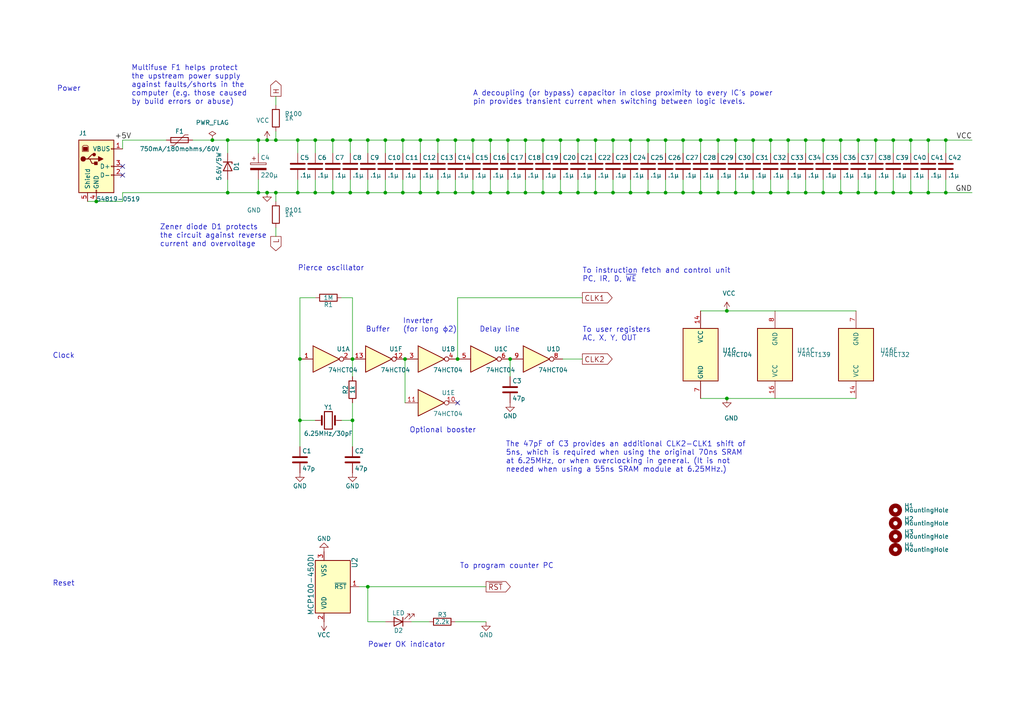
<source format=kicad_sch>
(kicad_sch (version 20211123) (generator eeschema)
  (paper "A4")
  (title_block (title "Gigatron Power, Clock and Reset") (date "2020-03-20") (rev "Release") (company "Marcel van Kervinck and Walter Belgers") (comment 1 "(POR) supervisory circuit holds /RESET low for 350ms during power up and brown outs.") (comment 2 "clock phase. This is useful for the /WE pulse derived from it. (3) The Power-On Reset") (comment 3 "(2) The oscillator generates 6.25MHz square waves. The HCT-inverter gives a long 2nd") (comment 4 "(1) Power comes from the +5V that a USB charger provides. The data lines are not used."))
  (lib_symbols
    (symbol "74xx:74HCT04"
      (property "Reference" "U" (at 0 1.27 0))
      (property "Value" "74HCT04" (at 0 -1.27 0))
      (symbol "74HCT04_1_0"
        (pin input line (at -7.62 0 0) (length 3.81) (name "~") (number "1"))
        (pin output inverted (at 7.62 0 180) (length 3.81) (name "~") (number "2"))
      )
      (symbol "74HCT04_2_0"
        (pin input line (at -7.62 0 0) (length 3.81) (name "~") (number "3"))
        (pin output inverted (at 7.62 0 180) (length 3.81) (name "~") (number "4"))
      )
      (symbol "74HCT04_3_0"
        (pin input line (at -7.62 0 0) (length 3.81) (name "~") (number "5"))
        (pin output inverted (at 7.62 0 180) (length 3.81) (name "~") (number "6"))
      )
      (symbol "74HCT04_4_0"
        (pin output inverted (at 7.62 0 180) (length 3.81) (name "~") (number "8"))
        (pin input line (at -7.62 0 0) (length 3.81) (name "~") (number "9"))
      )
      (symbol "74HCT04_5_0"
        (pin output inverted (at 7.62 0 180) (length 3.81) (name "~") (number "10"))
        (pin input line (at -7.62 0 0) (length 3.81) (name "~") (number "11"))
      )
      (symbol "74HCT04_6_0"
        (pin output inverted (at 7.62 0 180) (length 3.81) (name "~") (number "12"))
        (pin input line (at -7.62 0 0) (length 3.81) (name "~") (number "13"))
      )
      (symbol "74HCT04_7_0"
        (pin power_in line (at 0 12.7 270) (length 5.08) (name "VCC") (number "14"))
        (pin power_in line (at 0 -12.7 90) (length 5.08) (name "GND") (number "7"))
      )
    )
    (symbol "74xx:74LS139" (pin_names (offset 1.016))
      (property "Reference" "U" (at -7.62 8.89 0))
      (property "Value" "74LS139" (at -7.62 -8.89 0))
      (symbol "74LS139_1_0"
        (pin input inverted (at -12.7 -5.08 0) (length 5.08) (name "E") (number "1"))
        (pin input line (at -12.7 0 0) (length 5.08) (name "A0") (number "2"))
        (pin input line (at -12.7 2.54 0) (length 5.08) (name "A1") (number "3"))
        (pin output inverted (at 12.7 2.54 180) (length 5.08) (name "O0") (number "4"))
        (pin output inverted (at 12.7 0 180) (length 5.08) (name "O1") (number "5"))
        (pin output inverted (at 12.7 -2.54 180) (length 5.08) (name "O2") (number "6"))
        (pin output inverted (at 12.7 -5.08 180) (length 5.08) (name "O3") (number "7"))
      )
      (symbol "74LS139_2_0"
        (pin output inverted (at 12.7 -2.54 180) (length 5.08) (name "O2") (number "10"))
        (pin output inverted (at 12.7 0 180) (length 5.08) (name "O1") (number "11"))
        (pin output inverted (at 12.7 2.54 180) (length 5.08) (name "O0") (number "12"))
        (pin input line (at -12.7 2.54 0) (length 5.08) (name "A1") (number "13"))
        (pin input line (at -12.7 0 0) (length 5.08) (name "A0") (number "14"))
        (pin input inverted (at -12.7 -5.08 0) (length 5.08) (name "E") (number "15"))
        (pin output inverted (at 12.7 -5.08 180) (length 5.08) (name "O3") (number "9"))
      )
      (symbol "74LS139_3_0"
        (pin power_in line (at 0 12.7 270) (length 5.08) (name "VCC") (number "16"))
        (pin power_in line (at 0 -12.7 90) (length 5.08) (name "GND") (number "8"))
      )
    )
    (symbol "74xx:74LS32" (pin_names (offset 1.016))
      (property "Reference" "U" (at 0 1.27 0))
      (property "Value" "74LS32" (at 0 -1.27 0))
      (symbol "74LS32_1_1"
        (pin input line (at -7.62 2.54 0) (length 4.318) (name "~") (number "1"))
        (pin input line (at -7.62 -2.54 0) (length 4.318) (name "~") (number "2"))
        (pin output line (at 7.62 0 180) (length 3.81) (name "~") (number "3"))
      )
      (symbol "74LS32_1_2"
        (pin input inverted (at -7.62 2.54 0) (length 3.81) (name "~") (number "1"))
        (pin input inverted (at -7.62 -2.54 0) (length 3.81) (name "~") (number "2"))
        (pin output inverted (at 7.62 0 180) (length 3.81) (name "~") (number "3"))
      )
      (symbol "74LS32_2_1"
        (pin input line (at -7.62 2.54 0) (length 4.318) (name "~") (number "4"))
        (pin input line (at -7.62 -2.54 0) (length 4.318) (name "~") (number "5"))
        (pin output line (at 7.62 0 180) (length 3.81) (name "~") (number "6"))
      )
      (symbol "74LS32_2_2"
        (pin input inverted (at -7.62 2.54 0) (length 3.81) (name "~") (number "4"))
        (pin input inverted (at -7.62 -2.54 0) (length 3.81) (name "~") (number "5"))
        (pin output inverted (at 7.62 0 180) (length 3.81) (name "~") (number "6"))
      )
      (symbol "74LS32_3_1"
        (pin input line (at -7.62 -2.54 0) (length 4.318) (name "~") (number "10"))
        (pin output line (at 7.62 0 180) (length 3.81) (name "~") (number "8"))
        (pin input line (at -7.62 2.54 0) (length 4.318) (name "~") (number "9"))
      )
      (symbol "74LS32_3_2"
        (pin input inverted (at -7.62 -2.54 0) (length 3.81) (name "~") (number "10"))
        (pin output inverted (at 7.62 0 180) (length 3.81) (name "~") (number "8"))
        (pin input inverted (at -7.62 2.54 0) (length 3.81) (name "~") (number "9"))
      )
      (symbol "74LS32_4_1"
        (pin output line (at 7.62 0 180) (length 3.81) (name "~") (number "11"))
        (pin input line (at -7.62 2.54 0) (length 4.318) (name "~") (number "12"))
        (pin input line (at -7.62 -2.54 0) (length 4.318) (name "~") (number "13"))
      )
      (symbol "74LS32_4_2"
        (pin output inverted (at 7.62 0 180) (length 3.81) (name "~") (number "11"))
        (pin input inverted (at -7.62 2.54 0) (length 3.81) (name "~") (number "12"))
        (pin input inverted (at -7.62 -2.54 0) (length 3.81) (name "~") (number "13"))
      )
      (symbol "74LS32_5_0"
        (pin power_in line (at 0 12.7 270) (length 5.08) (name "VCC") (number "14"))
        (pin power_in line (at 0 -12.7 90) (length 5.08) (name "GND") (number "7"))
      )
    )
    (symbol "Connector:USB_B" (pin_names (offset 1.016))
      (property "Reference" "J" (at -5.08 11.43 0))
      (property "Value" "USB_B" (at -5.08 8.89 0))
      (symbol "USB_B_1_1"
        (pin power_out line (at 7.62 5.08 180) (length 2.54) (name "VBUS") (number "1"))
        (pin bidirectional line (at 7.62 -2.54 180) (length 2.54) (name "D-") (number "2"))
        (pin bidirectional line (at 7.62 0 180) (length 2.54) (name "D+") (number "3"))
        (pin power_out line (at 0 -10.16 90) (length 2.54) (name "GND") (number "4"))
        (pin passive line (at -2.54 -10.16 90) (length 2.54) (name "Shield") (number "5"))
      )
    )
    (symbol "Device:C" (pin_numbers hide) (pin_names (offset 0.254))
      (property "Reference" "C" (at 0.635 2.54 0))
      (property "Value" "C" (at 0.635 -2.54 0))
      (symbol "C_1_1"
        (pin passive line (at 0 3.81 270) (length 2.794) (name "~") (number "1"))
        (pin passive line (at 0 -3.81 90) (length 2.794) (name "~") (number "2"))
      )
    )
    (symbol "Device:CP" (pin_numbers hide) (pin_names (offset 0.254))
      (property "Reference" "C" (at 0.635 2.54 0))
      (property "Value" "Device_CP" (at 0.635 -2.54 0))
      (symbol "CP_1_1"
        (pin passive line (at 0 3.81 270) (length 2.794) (name "~") (number "1"))
        (pin passive line (at 0 -3.81 90) (length 2.794) (name "~") (number "2"))
      )
    )
    (symbol "Device:Crystal" (pin_numbers hide) (pin_names (offset 1.016) hide)
      (property "Reference" "Y" (at 0 3.81 0))
      (property "Value" "Crystal" (at 0 -3.81 0))
      (symbol "Crystal_1_1"
        (pin passive line (at -3.81 0 0) (length 1.27) (name "1") (number "1"))
        (pin passive line (at 3.81 0 180) (length 1.27) (name "2") (number "2"))
      )
    )
    (symbol "Device:D_Zener" (pin_numbers hide) (pin_names (offset 1.016) hide)
      (property "Reference" "D" (at 0 2.54 0))
      (property "Value" "D_Zener" (at 0 -2.54 0))
      (symbol "D_Zener_1_1"
        (pin passive line (at -3.81 0 0) (length 2.54) (name "K") (number "1"))
        (pin passive line (at 3.81 0 180) (length 2.54) (name "A") (number "2"))
      )
    )
    (symbol "Device:LED" (pin_numbers hide) (pin_names (offset 1.016) hide)
      (property "Reference" "D" (at 0 2.54 0))
      (property "Value" "LED" (at 0 -2.54 0))
      (symbol "LED_1_1"
        (pin passive line (at -3.81 0 0) (length 2.54) (name "K") (number "1"))
        (pin passive line (at 3.81 0 180) (length 2.54) (name "A") (number "2"))
      )
    )
    (symbol "Device:Polyfuse" (pin_numbers hide) (pin_names (offset 0))
      (property "Reference" "F" (at -2.54 0 90))
      (property "Value" "Polyfuse" (at 2.54 0 90))
      (symbol "Polyfuse_1_1"
        (pin passive line (at 0 3.81 270) (length 1.27) (name "~") (number "1"))
        (pin passive line (at 0 -3.81 90) (length 1.27) (name "~") (number "2"))
      )
    )
    (symbol "Device:R" (pin_numbers hide) (pin_names (offset 0))
      (property "Reference" "R" (at 2.032 0 90))
      (property "Value" "R" (at 0 0 90))
      (symbol "R_1_1"
        (pin passive line (at 0 3.81 270) (length 1.27) (name "~") (number "1"))
        (pin passive line (at 0 -3.81 90) (length 1.27) (name "~") (number "2"))
      )
    )
    (symbol "Mechanical:MountingHole" (pin_names (offset 1.016))
      (property "Reference" "H" (at 0 5.08 0))
      (property "Value" "MountingHole" (at 0 3.175 0))
    )
    (symbol "Power_Supervisor:MCP100-475D" (pin_names (offset 1.016))
      (property "Reference" "U" (at 0 8.89 0))
      (property "Value" "MCP100-475D" (at -1.27 -8.89 0))
      (symbol "MCP100-475D_1_1"
        (pin output line (at 7.62 0 180) (length 2.54) (name "~{RST}") (number "1"))
        (pin power_in line (at -2.54 10.16 270) (length 2.54) (name "VDD") (number "2"))
        (pin power_in line (at -2.54 -10.16 90) (length 2.54) (name "VSS") (number "3"))
      )
    )
    (symbol "power:GND" (power) (pin_names (offset 0))
      (property "Value" "GND" (at 0 -3.81 0))
      (symbol "GND_1_1"
        (pin power_in line (at 0 0 270) (length 0) hide (name "GND") (number "1"))
      )
    )
    (symbol "power:PWR_FLAG" (power) (pin_numbers hide) (pin_names (offset 0) hide)
      (property "Value" "PWR_FLAG" (at 0 3.81 0))
      (symbol "PWR_FLAG_0_0"
        (pin power_out line (at 0 0 90) (length 0) (name "pwr") (number "1"))
      )
    )
    (symbol "power:VCC" (power) (pin_names (offset 0))
      (property "Value" "VCC" (at 0 3.81 0))
      (symbol "VCC_1_1"
        (pin power_in line (at 0 0 90) (length 0) hide (name "VCC") (number "1"))
      )
    )
  )
  (junction (at 210.82 115.57))
  (junction (at 238.76 55.88))
  (junction (at 102.235 104.14))
  (junction (at 132.08 40.64))
  (junction (at 86.36 40.64))
  (junction (at 157.48 40.64))
  (junction (at 111.76 40.64))
  (junction (at 203.2 55.88))
  (junction (at 121.92 55.88))
  (junction (at 172.72 40.64))
  (junction (at 162.56 40.64))
  (junction (at 101.6 40.64))
  (junction (at 187.96 40.64))
  (junction (at 233.68 40.64))
  (junction (at 198.12 40.64))
  (junction (at 66.04 40.64))
  (junction (at 111.76 55.88))
  (junction (at 254 40.64))
  (junction (at 208.28 40.64))
  (junction (at 223.52 40.64))
  (junction (at 167.64 40.64))
  (junction (at 106.68 55.88))
  (junction (at 106.68 40.64))
  (junction (at 259.08 55.88))
  (junction (at 218.44 40.64))
  (junction (at 142.24 55.88))
  (junction (at 137.16 55.88))
  (junction (at 74.93 55.88))
  (junction (at 127 40.64))
  (junction (at 116.84 40.64))
  (junction (at 96.52 55.88))
  (junction (at 80.01 40.64))
  (junction (at 137.16 40.64))
  (junction (at 27.94 58.42))
  (junction (at 264.16 55.88))
  (junction (at 121.92 40.64))
  (junction (at 228.6 55.88))
  (junction (at 77.47 55.88))
  (junction (at 238.76 40.64))
  (junction (at 106.68 170.18))
  (junction (at 147.955 104.14))
  (junction (at 274.32 40.64))
  (junction (at 61.595 40.64))
  (junction (at 132.08 55.88))
  (junction (at 147.32 55.88))
  (junction (at 116.84 55.88))
  (junction (at 157.48 55.88))
  (junction (at 210.82 90.17))
  (junction (at 228.6 40.64))
  (junction (at 167.64 55.88))
  (junction (at 182.88 55.88))
  (junction (at 218.44 55.88))
  (junction (at 223.52 55.88))
  (junction (at 102.235 121.92))
  (junction (at 86.995 121.92))
  (junction (at 101.6 55.88))
  (junction (at 259.08 40.64))
  (junction (at 182.88 40.64))
  (junction (at 77.47 40.64))
  (junction (at 66.04 55.88))
  (junction (at 243.84 55.88))
  (junction (at 187.96 55.88))
  (junction (at 213.36 40.64))
  (junction (at 127 55.88))
  (junction (at 162.56 55.88))
  (junction (at 177.8 55.88))
  (junction (at 147.32 40.64))
  (junction (at 152.4 55.88))
  (junction (at 243.84 40.64))
  (junction (at 248.92 40.64))
  (junction (at 233.68 55.88))
  (junction (at 74.93 40.64))
  (junction (at 80.01 55.88))
  (junction (at 269.24 55.88))
  (junction (at 274.32 55.88))
  (junction (at 177.8 40.64))
  (junction (at 142.24 40.64))
  (junction (at 213.36 55.88))
  (junction (at 203.2 40.64))
  (junction (at 269.24 40.64))
  (junction (at 86.995 104.14))
  (junction (at 172.72 55.88))
  (junction (at 193.04 40.64))
  (junction (at 264.16 40.64))
  (junction (at 132.715 104.14))
  (junction (at 117.475 104.14))
  (junction (at 91.44 55.88))
  (junction (at 193.04 55.88))
  (junction (at 86.36 55.88))
  (junction (at 208.28 55.88))
  (junction (at 91.44 40.64))
  (junction (at 152.4 40.64))
  (junction (at 248.92 55.88))
  (junction (at 254 55.88))
  (junction (at 198.12 55.88))
  (junction (at 96.52 40.64))
  (no_connect (at 35.56 48.26))
  (no_connect (at 35.56 50.8))
  (no_connect (at 132.715 116.84))
  (wire (pts (xy 80.01 66.04) (xy 80.01 68.58)))
  (wire (pts (xy 208.28 55.88) (xy 213.36 55.88)))
  (wire (pts (xy 142.24 40.64) (xy 142.24 44.45)))
  (wire (pts (xy 127 40.64) (xy 132.08 40.64)))
  (wire (pts (xy 182.88 40.64) (xy 182.88 44.45)))
  (wire (pts (xy 198.12 55.88) (xy 198.12 52.07)))
  (wire (pts (xy 127 40.64) (xy 127 44.45)))
  (wire (pts (xy 238.76 52.07) (xy 238.76 55.88)))
  (wire (pts (xy 203.2 40.64) (xy 208.28 40.64)))
  (wire (pts (xy 77.47 40.64) (xy 80.01 40.64)))
  (wire (pts (xy 132.08 40.64) (xy 132.08 44.45)))
  (wire (pts (xy 74.93 40.64) (xy 74.93 44.45)))
  (wire (pts (xy 55.88 40.64) (xy 61.595 40.64)))
  (wire (pts (xy 157.48 40.64) (xy 162.56 40.64)))
  (wire (pts (xy 218.44 55.88) (xy 218.44 52.07)))
  (wire (pts (xy 101.6 55.88) (xy 101.6 52.07)))
  (wire (pts (xy 182.88 40.64) (xy 187.96 40.64)))
  (wire (pts (xy 91.44 86.36) (xy 86.995 86.36)))
  (wire (pts (xy 80.01 40.64) (xy 80.01 38.1)))
  (wire (pts (xy 187.96 55.88) (xy 193.04 55.88)))
  (wire (pts (xy 74.93 55.88) (xy 74.93 52.07)))
  (wire (pts (xy 269.24 52.07) (xy 269.24 55.88)))
  (wire (pts (xy 106.68 170.18) (xy 140.97 170.18)))
  (wire (pts (xy 248.92 52.07) (xy 248.92 55.88)))
  (wire (pts (xy 147.955 104.14) (xy 147.955 109.22)))
  (wire (pts (xy 116.84 55.88) (xy 121.92 55.88)))
  (wire (pts (xy 104.14 170.18) (xy 106.68 170.18)))
  (wire (pts (xy 96.52 40.64) (xy 96.52 44.45)))
  (wire (pts (xy 80.01 55.88) (xy 86.36 55.88)))
  (wire (pts (xy 157.48 40.64) (xy 157.48 44.45)))
  (wire (pts (xy 137.16 40.64) (xy 137.16 44.45)))
  (wire (pts (xy 77.47 55.88) (xy 80.01 55.88)))
  (wire (pts (xy 106.68 55.88) (xy 111.76 55.88)))
  (wire (pts (xy 111.76 55.88) (xy 116.84 55.88)))
  (wire (pts (xy 106.68 40.64) (xy 106.68 44.45)))
  (wire (pts (xy 147.32 55.88) (xy 147.32 52.07)))
  (wire (pts (xy 248.92 55.88) (xy 254 55.88)))
  (wire (pts (xy 228.6 55.88) (xy 233.68 55.88)))
  (wire (pts (xy 208.28 40.64) (xy 208.28 44.45)))
  (wire (pts (xy 218.44 40.64) (xy 223.52 40.64)))
  (wire (pts (xy 142.24 55.88) (xy 147.32 55.88)))
  (wire (pts (xy 142.24 55.88) (xy 142.24 52.07)))
  (wire (pts (xy 208.28 40.64) (xy 213.36 40.64)))
  (wire (pts (xy 86.995 104.14) (xy 86.995 121.92)))
  (wire (pts (xy 80.01 30.48) (xy 80.01 27.94)))
  (wire (pts (xy 102.235 121.92) (xy 102.235 129.54)))
  (wire (pts (xy 254 40.64) (xy 259.08 40.64)))
  (wire (pts (xy 101.6 55.88) (xy 106.68 55.88)))
  (wire (pts (xy 127 55.88) (xy 132.08 55.88)))
  (wire (pts (xy 238.76 40.64) (xy 243.84 40.64)))
  (wire (pts (xy 152.4 55.88) (xy 152.4 52.07)))
  (wire (pts (xy 274.32 55.88) (xy 281.94 55.88)))
  (wire (pts (xy 193.04 40.64) (xy 198.12 40.64)))
  (wire (pts (xy 238.76 44.45) (xy 238.76 40.64)))
  (wire (pts (xy 147.32 40.64) (xy 152.4 40.64)))
  (wire (pts (xy 132.08 40.64) (xy 137.16 40.64)))
  (wire (pts (xy 228.6 40.64) (xy 233.68 40.64)))
  (wire (pts (xy 96.52 40.64) (xy 101.6 40.64)))
  (wire (pts (xy 101.6 40.64) (xy 101.6 44.45)))
  (wire (pts (xy 223.52 55.88) (xy 228.6 55.88)))
  (wire (pts (xy 248.92 44.45) (xy 248.92 40.64)))
  (wire (pts (xy 228.6 40.64) (xy 228.6 44.45)))
  (wire (pts (xy 152.4 55.88) (xy 157.48 55.88)))
  (wire (pts (xy 66.04 55.88) (xy 66.04 52.07)))
  (wire (pts (xy 210.82 115.57) (xy 248.285 115.57)))
  (wire (pts (xy 233.68 40.64) (xy 238.76 40.64)))
  (wire (pts (xy 218.44 40.64) (xy 218.44 44.45)))
  (wire (pts (xy 102.235 86.36) (xy 102.235 104.14)))
  (wire (pts (xy 163.195 104.14) (xy 168.91 104.14)))
  (wire (pts (xy 213.36 55.88) (xy 218.44 55.88)))
  (wire (pts (xy 66.04 40.64) (xy 66.04 44.45)))
  (wire (pts (xy 167.64 40.64) (xy 167.64 44.45)))
  (wire (pts (xy 96.52 55.88) (xy 96.52 52.07)))
  (wire (pts (xy 167.64 55.88) (xy 172.72 55.88)))
  (wire (pts (xy 208.28 55.88) (xy 208.28 52.07)))
  (wire (pts (xy 66.04 55.88) (xy 74.93 55.88)))
  (wire (pts (xy 116.84 55.88) (xy 116.84 52.07)))
  (wire (pts (xy 116.84 40.64) (xy 116.84 44.45)))
  (wire (pts (xy 96.52 55.88) (xy 101.6 55.88)))
  (wire (pts (xy 66.04 40.64) (xy 74.93 40.64)))
  (wire (pts (xy 213.36 40.64) (xy 213.36 44.45)))
  (wire (pts (xy 187.96 55.88) (xy 187.96 52.07)))
  (wire (pts (xy 61.595 40.64) (xy 66.04 40.64)))
  (wire (pts (xy 116.84 40.64) (xy 121.92 40.64)))
  (wire (pts (xy 187.96 40.64) (xy 193.04 40.64)))
  (wire (pts (xy 152.4 40.64) (xy 152.4 44.45)))
  (wire (pts (xy 35.56 55.88) (xy 35.56 58.42)))
  (wire (pts (xy 233.68 40.64) (xy 233.68 44.45)))
  (wire (pts (xy 132.715 86.36) (xy 168.91 86.36)))
  (wire (pts (xy 243.84 40.64) (xy 248.92 40.64)))
  (wire (pts (xy 132.715 86.36) (xy 132.715 104.14)))
  (wire (pts (xy 91.44 40.64) (xy 96.52 40.64)))
  (wire (pts (xy 111.76 55.88) (xy 111.76 52.07)))
  (wire (pts (xy 259.08 55.88) (xy 264.16 55.88)))
  (wire (pts (xy 198.12 40.64) (xy 198.12 44.45)))
  (wire (pts (xy 172.72 40.64) (xy 177.8 40.64)))
  (wire (pts (xy 142.24 40.64) (xy 147.32 40.64)))
  (wire (pts (xy 106.68 180.34) (xy 111.76 180.34)))
  (wire (pts (xy 127 55.88) (xy 127 52.07)))
  (wire (pts (xy 223.52 40.64) (xy 223.52 44.45)))
  (wire (pts (xy 213.36 40.64) (xy 218.44 40.64)))
  (wire (pts (xy 274.32 52.07) (xy 274.32 55.88)))
  (wire (pts (xy 213.36 55.88) (xy 213.36 52.07)))
  (wire (pts (xy 137.16 40.64) (xy 142.24 40.64)))
  (wire (pts (xy 198.12 40.64) (xy 203.2 40.64)))
  (wire (pts (xy 193.04 55.88) (xy 198.12 55.88)))
  (wire (pts (xy 172.72 55.88) (xy 177.8 55.88)))
  (wire (pts (xy 254 55.88) (xy 259.08 55.88)))
  (wire (pts (xy 233.68 55.88) (xy 238.76 55.88)))
  (wire (pts (xy 172.72 55.88) (xy 172.72 52.07)))
  (wire (pts (xy 99.06 121.92) (xy 102.235 121.92)))
  (wire (pts (xy 243.84 52.07) (xy 243.84 55.88)))
  (wire (pts (xy 35.56 55.88) (xy 66.04 55.88)))
  (wire (pts (xy 198.12 55.88) (xy 203.2 55.88)))
  (wire (pts (xy 162.56 40.64) (xy 162.56 44.45)))
  (wire (pts (xy 121.92 40.64) (xy 127 40.64)))
  (wire (pts (xy 121.92 55.88) (xy 127 55.88)))
  (wire (pts (xy 86.36 55.88) (xy 91.44 55.88)))
  (wire (pts (xy 117.475 116.84) (xy 117.475 104.14)))
  (wire (pts (xy 106.68 40.64) (xy 111.76 40.64)))
  (wire (pts (xy 274.32 40.64) (xy 281.94 40.64)))
  (wire (pts (xy 102.235 116.84) (xy 102.235 121.92)))
  (wire (pts (xy 157.48 55.88) (xy 162.56 55.88)))
  (wire (pts (xy 147.32 55.88) (xy 152.4 55.88)))
  (wire (pts (xy 259.08 52.07) (xy 259.08 55.88)))
  (wire (pts (xy 111.76 40.64) (xy 116.84 40.64)))
  (wire (pts (xy 182.88 55.88) (xy 187.96 55.88)))
  (wire (pts (xy 269.24 40.64) (xy 274.32 40.64)))
  (wire (pts (xy 259.08 40.64) (xy 264.16 40.64)))
  (wire (pts (xy 243.84 44.45) (xy 243.84 40.64)))
  (wire (pts (xy 223.52 55.88) (xy 223.52 52.07)))
  (wire (pts (xy 147.32 40.64) (xy 147.32 44.45)))
  (wire (pts (xy 187.96 40.64) (xy 187.96 44.45)))
  (wire (pts (xy 177.8 40.64) (xy 177.8 44.45)))
  (wire (pts (xy 264.16 40.64) (xy 269.24 40.64)))
  (wire (pts (xy 157.48 55.88) (xy 157.48 52.07)))
  (wire (pts (xy 106.68 170.18) (xy 106.68 180.34)))
  (wire (pts (xy 259.08 44.45) (xy 259.08 40.64)))
  (wire (pts (xy 86.995 86.36) (xy 86.995 104.14)))
  (wire (pts (xy 172.72 40.64) (xy 172.72 44.45)))
  (wire (pts (xy 274.32 44.45) (xy 274.32 40.64)))
  (wire (pts (xy 86.36 40.64) (xy 91.44 40.64)))
  (wire (pts (xy 193.04 40.64) (xy 193.04 44.45)))
  (wire (pts (xy 80.01 40.64) (xy 86.36 40.64)))
  (wire (pts (xy 203.2 55.88) (xy 208.28 55.88)))
  (wire (pts (xy 27.94 58.42) (xy 25.4 58.42)))
  (wire (pts (xy 167.64 55.88) (xy 167.64 52.07)))
  (wire (pts (xy 119.38 180.34) (xy 124.46 180.34)))
  (wire (pts (xy 203.2 115.57) (xy 210.82 115.57)))
  (wire (pts (xy 74.93 40.64) (xy 77.47 40.64)))
  (wire (pts (xy 132.08 180.34) (xy 140.97 180.34)))
  (wire (pts (xy 203.2 90.17) (xy 210.82 90.17)))
  (wire (pts (xy 102.235 104.14) (xy 102.235 109.22)))
  (wire (pts (xy 35.56 43.18) (xy 35.56 40.64)))
  (wire (pts (xy 264.16 55.88) (xy 269.24 55.88)))
  (wire (pts (xy 182.88 55.88) (xy 182.88 52.07)))
  (wire (pts (xy 74.93 55.88) (xy 77.47 55.88)))
  (wire (pts (xy 91.44 40.64) (xy 91.44 44.45)))
  (wire (pts (xy 121.92 40.64) (xy 121.92 44.45)))
  (wire (pts (xy 210.82 90.17) (xy 248.285 90.17)))
  (wire (pts (xy 152.4 40.64) (xy 157.48 40.64)))
  (wire (pts (xy 27.94 58.42) (xy 35.56 58.42)))
  (wire (pts (xy 248.92 40.64) (xy 254 40.64)))
  (wire (pts (xy 111.76 40.64) (xy 111.76 44.45)))
  (wire (pts (xy 86.36 44.45) (xy 86.36 40.64)))
  (wire (pts (xy 167.64 40.64) (xy 172.72 40.64)))
  (wire (pts (xy 269.24 55.88) (xy 274.32 55.88)))
  (wire (pts (xy 233.68 55.88) (xy 233.68 52.07)))
  (wire (pts (xy 162.56 40.64) (xy 167.64 40.64)))
  (wire (pts (xy 243.84 55.88) (xy 248.92 55.88)))
  (wire (pts (xy 132.08 55.88) (xy 137.16 55.88)))
  (wire (pts (xy 177.8 55.88) (xy 177.8 52.07)))
  (wire (pts (xy 121.92 55.88) (xy 121.92 52.07)))
  (wire (pts (xy 91.44 121.92) (xy 86.995 121.92)))
  (wire (pts (xy 80.01 55.88) (xy 80.01 58.42)))
  (wire (pts (xy 132.08 55.88) (xy 132.08 52.07)))
  (wire (pts (xy 269.24 44.45) (xy 269.24 40.64)))
  (wire (pts (xy 177.8 40.64) (xy 182.88 40.64)))
  (wire (pts (xy 254 52.07) (xy 254 55.88)))
  (wire (pts (xy 254 44.45) (xy 254 40.64)))
  (wire (pts (xy 99.06 86.36) (xy 102.235 86.36)))
  (wire (pts (xy 91.44 55.88) (xy 91.44 52.07)))
  (wire (pts (xy 238.76 55.88) (xy 243.84 55.88)))
  (wire (pts (xy 162.56 55.88) (xy 167.64 55.88)))
  (wire (pts (xy 137.16 55.88) (xy 142.24 55.88)))
  (wire (pts (xy 223.52 40.64) (xy 228.6 40.64)))
  (wire (pts (xy 203.2 55.88) (xy 203.2 52.07)))
  (wire (pts (xy 86.995 121.92) (xy 86.995 129.54)))
  (wire (pts (xy 228.6 55.88) (xy 228.6 52.07)))
  (wire (pts (xy 264.16 52.07) (xy 264.16 55.88)))
  (wire (pts (xy 101.6 40.64) (xy 106.68 40.64)))
  (wire (pts (xy 106.68 55.88) (xy 106.68 52.07)))
  (wire (pts (xy 264.16 44.45) (xy 264.16 40.64)))
  (wire (pts (xy 203.2 40.64) (xy 203.2 44.45)))
  (wire (pts (xy 193.04 55.88) (xy 193.04 52.07)))
  (wire (pts (xy 86.36 55.88) (xy 86.36 52.07)))
  (wire (pts (xy 35.56 40.64) (xy 48.26 40.64)))
  (wire (pts (xy 137.16 55.88) (xy 137.16 52.07)))
  (wire (pts (xy 162.56 55.88) (xy 162.56 52.07)))
  (wire (pts (xy 218.44 55.88) (xy 223.52 55.88)))
  (wire (pts (xy 91.44 55.88) (xy 96.52 55.88)))
  (wire (pts (xy 177.8 55.88) (xy 182.88 55.88)))
  (text "To user registers\nAC, X, Y, OUT" (at 168.91 99.06 0) (effects (font (size 1.524 1.524)) (justify left bottom)))
  (text "Zener diode D1 protects\nthe circuit against reverse\ncurrent and overvoltage" (at 46.355 71.755 0) (effects (font (size 1.524 1.524)) (justify left bottom)))
  (text "Clock" (at 15.24 104.14 0) (effects (font (size 1.524 1.524)) (justify left bottom)))
  (text "The 47pF of C3 provides an additional CLK2-CLK1 shift of\n5ns, which is required when using the original 70ns SRAM\nat 6.25MHz, or when overclocking in general. (It is not\nneeded when using a 55ns SRAM module at 6.25MHz.)" (at 146.685 137.16 0) (effects (font (size 1.524 1.524)) (justify left bottom)))
  (text "Buffer" (at 106.045 96.52 0) (effects (font (size 1.524 1.524)) (justify left bottom)))
  (text "Multifuse F1 helps protect\nthe upstream power supply\nagainst faults/shorts in the\ncomputer (e.g. those caused\nby build errors or abuse)" (at 38.1 30.48 0) (effects (font (size 1.524 1.524)) (justify left bottom)))
  (text "To instruction fetch and control unit\nPC, IR, D, ~{WE}" (at 168.91 81.915 0) (effects (font (size 1.524 1.524)) (justify left bottom)))
  (text "A decoupling (or bypass) capacitor in close proximity to every IC's power\npin provides transient current when switching between logic levels.\n" (at 137.16 30.48 0) (effects (font (size 1.524 1.524)) (justify left bottom)))
  (text "Power OK indicator" (at 106.68 187.96 0) (effects (font (size 1.524 1.524)) (justify left bottom)))
  (text "Optional booster" (at 118.745 125.73 0) (effects (font (size 1.524 1.524)) (justify left bottom)))
  (text "Power" (at 16.51 26.67 0) (effects (font (size 1.524 1.524)) (justify left bottom)))
  (text "Inverter \n(for long ɸ2)" (at 116.84 96.52 0) (effects (font (size 1.524 1.524)) (justify left bottom)))
  (text "Pierce oscillator" (at 86.36 78.74 0) (effects (font (size 1.524 1.524)) (justify left bottom)))
  (text "Reset" (at 15.24 170.18 0) (effects (font (size 1.524 1.524)) (justify left bottom)))
  (text "Delay line" (at 139.065 96.52 0) (effects (font (size 1.524 1.524)) (justify left bottom)))
  (text "To program counter PC" (at 133.35 165.1 0) (effects (font (size 1.524 1.524)) (justify left bottom)))
  (label "GND" (at 281.94 55.88 180) (effects (font (size 1.524 1.524))))
  (label "+5V" (at 38.1 40.64 180) (effects (font (size 1.524 1.524))))
  (label "VCC" (at 281.94 40.64 180) (effects (font (size 1.524 1.524))))
  (global_label "H" (shape output) (at 80.01 27.94 90) (effects (font (size 1.524 1.524))) (property "Intersheet References" "${INTERSHEET_REFS}" (effects hide)))
  (global_label "CLK2" (shape output) (at 168.91 104.14 0) (effects (font (size 1.524 1.524))) (property "Intersheet References" "${INTERSHEET_REFS}" (effects hide)))
  (global_label "~{RST}" (shape output) (at 140.97 170.18 0) (effects (font (size 1.524 1.524))) (property "Intersheet References" "${INTERSHEET_REFS}" (effects hide)))
  (global_label "L" (shape output) (at 80.01 68.58 270) (effects (font (size 1.524 1.524))) (property "Intersheet References" "${INTERSHEET_REFS}" (effects hide)))
  (global_label "CLK1" (shape output) (at 168.91 86.36 0) (effects (font (size 1.524 1.524))) (property "Intersheet References" "${INTERSHEET_REFS}" (effects hide)))
  (symbol (lib_id "Device:R") (at 95.25 86.36 270) (unit 1)
    (property "Reference" "R1" (at 95.25 88.392 90))
    (property "Value" "1M" (at 95.25 86.36 90))
    (property "Footprint" "Resistor_THT:R_Axial_DIN0207_L6.3mm_D2.5mm_P10.16mm_Horizontal" (effects hide))
  )
  (symbol (lib_id "Device:R") (at 102.235 113.03 180) (unit 1)
    (property "Reference" "R2" (at 100.203 113.03 90))
    (property "Value" "1k" (at 102.235 113.03 90))
    (property "Footprint" "Resistor_THT:R_Axial_DIN0207_L6.3mm_D2.5mm_P10.16mm_Horizontal" (effects hide))
  )
  (symbol (lib_id "Device:C") (at 102.235 133.35 0) (unit 1)
    (property "Reference" "C2" (at 102.87 130.81 0) (effects (justify left)))
    (property "Value" "47p" (at 102.87 135.89 0) (effects (justify left)))
    (property "Footprint" "Capacitor_THT:C_Disc_D3.0mm_W2.0mm_P2.50mm" (effects hide))
  )
  (symbol (lib_id "Device:C") (at 86.995 133.35 0) (unit 1)
    (property "Reference" "C1" (at 87.63 130.81 0) (effects (justify left)))
    (property "Value" "47p" (at 87.63 135.89 0) (effects (justify left)))
    (property "Footprint" "Capacitor_THT:C_Disc_D3.0mm_W2.0mm_P2.50mm" (effects hide))
  )
  (symbol (lib_id "Device:C") (at 147.955 113.03 0) (unit 1)
    (property "Reference" "C3" (at 148.59 110.49 0) (effects (justify left)))
    (property "Value" "47p" (at 148.59 115.57 0) (effects (justify left)))
    (property "Footprint" "Capacitor_THT:C_Disc_D3.0mm_W2.0mm_P2.50mm" (effects hide))
  )
  (symbol (lib_id "power:GND") (at 147.955 116.84 0) (unit 1)
    (property "Reference" "#PWR01" (effects hide))
    (property "Value" "GND" (at 147.955 120.65 0))
  )
  (symbol (lib_id "power:GND") (at 102.235 137.16 0) (unit 1)
    (property "Reference" "#PWR02" (effects hide))
    (property "Value" "GND" (at 102.235 140.97 0))
  )
  (symbol (lib_id "power:GND") (at 86.995 137.16 0) (unit 1)
    (property "Reference" "#PWR03" (effects hide))
    (property "Value" "GND" (at 86.995 140.97 0))
  )
  (symbol (lib_id "Device:Crystal") (at 95.25 121.92 0) (unit 1)
    (property "Reference" "Y1" (at 95.25 118.11 0))
    (property "Value" "6.25MHz/30pF" (at 95.25 125.73 0))
    (property "Footprint" "Crystal:Crystal_HC49-U_Vertical" (effects hide))
  )
  (symbol (lib_id "Device:Polyfuse") (at 52.07 40.64 270) (unit 1)
    (property "Reference" "F1" (at 52.07 38.1 90))
    (property "Value" "750mA/180mohms/60V" (at 52.07 43.18 90))
    (property "Footprint" "Fuse:Fuse_Littelfuse_395Series" (effects hide))
  )
  (symbol (lib_id "Device:D_Zener") (at 66.04 48.26 270) (unit 1)
    (property "Reference" "D1" (at 68.58 48.26 0))
    (property "Value" "5.6V/5W" (at 63.5 48.26 0))
    (property "Footprint" "Diode_THT:D_DO-15_P12.70mm_Horizontal" (effects hide))
  )
  (symbol (lib_id "Device:CP") (at 74.93 48.26 0) (unit 1)
    (property "Reference" "C4" (at 75.565 45.72 0) (effects (justify left)))
    (property "Value" "220µ" (at 75.565 50.8 0) (effects (justify left)))
    (property "Footprint" "Capacitor_THT:CP_Radial_D8.0mm_P3.50mm" (effects hide))
  )
  (symbol (lib_id "power:GND") (at 93.98 160.02 180) (unit 1)
    (property "Reference" "#PWR06" (effects hide))
    (property "Value" "GND" (at 93.98 156.21 0))
  )
  (symbol (lib_id "power:VCC") (at 93.98 180.34 180) (unit 1)
    (property "Reference" "#PWR07" (effects hide))
    (property "Value" "VCC" (at 93.98 184.15 0))
  )
  (symbol (lib_id "Device:LED") (at 115.57 180.34 180) (unit 1)
    (property "Reference" "D2" (at 115.57 182.88 0))
    (property "Value" "LED" (at 115.57 177.8 0))
    (property "Footprint" "LED_THT:LED_D3.0mm" (effects hide))
  )
  (symbol (lib_id "Device:R") (at 128.27 180.34 90) (unit 1)
    (property "Reference" "R3" (at 128.27 178.308 90))
    (property "Value" "2.2k" (at 128.27 180.34 90))
    (property "Footprint" "Resistor_THT:R_Axial_DIN0207_L6.3mm_D2.5mm_P10.16mm_Horizontal" (effects hide))
  )
  (symbol (lib_id "power:GND") (at 140.97 180.34 0) (unit 1)
    (property "Reference" "#PWR08" (effects hide))
    (property "Value" "GND" (at 140.97 184.15 0))
  )
  (symbol (lib_id "Power_Supervisor:MCP100-475D") (at 96.52 170.18 0) (mirror x) (unit 1)
    (property "Reference" "U2" (at 102.87 163.195 90) (effects (font (size 1.524 1.524))))
    (property "Value" "MCP100-450DI" (at 90.17 169.545 90) (effects (font (size 1.524 1.524))))
    (property "Footprint" "Package_TO_SOT_THT:TO-92L_Inline_Wide" (effects hide))
  )
  (symbol (lib_id "Device:C") (at 96.52 48.26 0) (unit 1)
    (property "Reference" "C7" (at 97.155 45.72 0) (effects (justify left)))
    (property "Value" ".1µ" (at 97.155 50.8 0) (effects (justify left)))
    (property "Footprint" "Capacitor_THT:C_Disc_D4.3mm_W1.9mm_P5.00mm" (effects hide))
  )
  (symbol (lib_id "Device:C") (at 101.6 48.26 0) (unit 1)
    (property "Reference" "C8" (at 102.235 45.72 0) (effects (justify left)))
    (property "Value" ".1µ" (at 102.235 50.8 0) (effects (justify left)))
    (property "Footprint" "Capacitor_THT:C_Disc_D4.3mm_W1.9mm_P5.00mm" (effects hide))
  )
  (symbol (lib_id "Device:C") (at 106.68 48.26 0) (unit 1)
    (property "Reference" "C9" (at 107.315 45.72 0) (effects (justify left)))
    (property "Value" ".1µ" (at 107.315 50.8 0) (effects (justify left)))
    (property "Footprint" "Capacitor_THT:C_Disc_D4.3mm_W1.9mm_P5.00mm" (effects hide))
  )
  (symbol (lib_id "Device:C") (at 111.76 48.26 0) (unit 1)
    (property "Reference" "C10" (at 112.395 45.72 0) (effects (justify left)))
    (property "Value" ".1µ" (at 112.395 50.8 0) (effects (justify left)))
    (property "Footprint" "Capacitor_THT:C_Disc_D4.3mm_W1.9mm_P5.00mm" (effects hide))
  )
  (symbol (lib_id "Device:C") (at 116.84 48.26 0) (unit 1)
    (property "Reference" "C11" (at 117.475 45.72 0) (effects (justify left)))
    (property "Value" ".1µ" (at 117.475 50.8 0) (effects (justify left)))
    (property "Footprint" "Capacitor_THT:C_Disc_D4.3mm_W1.9mm_P5.00mm" (effects hide))
  )
  (symbol (lib_id "Device:C") (at 121.92 48.26 0) (unit 1)
    (property "Reference" "C12" (at 122.555 45.72 0) (effects (justify left)))
    (property "Value" ".1µ" (at 122.555 50.8 0) (effects (justify left)))
    (property "Footprint" "Capacitor_THT:C_Disc_D4.3mm_W1.9mm_P5.00mm" (effects hide))
  )
  (symbol (lib_id "Device:C") (at 127 48.26 0) (unit 1)
    (property "Reference" "C13" (at 127.635 45.72 0) (effects (justify left)))
    (property "Value" ".1µ" (at 127.635 50.8 0) (effects (justify left)))
    (property "Footprint" "Capacitor_THT:C_Disc_D4.3mm_W1.9mm_P5.00mm" (effects hide))
  )
  (symbol (lib_id "Device:C") (at 132.08 48.26 0) (unit 1)
    (property "Reference" "C14" (at 132.715 45.72 0) (effects (justify left)))
    (property "Value" ".1µ" (at 132.715 50.8 0) (effects (justify left)))
    (property "Footprint" "Capacitor_THT:C_Disc_D4.3mm_W1.9mm_P5.00mm" (effects hide))
  )
  (symbol (lib_id "Device:C") (at 137.16 48.26 0) (unit 1)
    (property "Reference" "C15" (at 137.795 45.72 0) (effects (justify left)))
    (property "Value" ".1µ" (at 137.795 50.8 0) (effects (justify left)))
    (property "Footprint" "Capacitor_THT:C_Disc_D4.3mm_W1.9mm_P5.00mm" (effects hide))
  )
  (symbol (lib_id "Device:C") (at 142.24 48.26 0) (unit 1)
    (property "Reference" "C16" (at 142.875 45.72 0) (effects (justify left)))
    (property "Value" ".1µ" (at 142.875 50.8 0) (effects (justify left)))
    (property "Footprint" "Capacitor_THT:C_Disc_D4.3mm_W1.9mm_P5.00mm" (effects hide))
  )
  (symbol (lib_id "Device:C") (at 147.32 48.26 0) (unit 1)
    (property "Reference" "C17" (at 147.955 45.72 0) (effects (justify left)))
    (property "Value" ".1µ" (at 147.955 50.8 0) (effects (justify left)))
    (property "Footprint" "Capacitor_THT:C_Disc_D4.3mm_W1.9mm_P5.00mm" (effects hide))
  )
  (symbol (lib_id "Device:C") (at 152.4 48.26 0) (unit 1)
    (property "Reference" "C18" (at 153.035 45.72 0) (effects (justify left)))
    (property "Value" ".1µ" (at 153.035 50.8 0) (effects (justify left)))
    (property "Footprint" "Capacitor_THT:C_Disc_D4.3mm_W1.9mm_P5.00mm" (effects hide))
  )
  (symbol (lib_id "Device:C") (at 157.48 48.26 0) (unit 1)
    (property "Reference" "C19" (at 158.115 45.72 0) (effects (justify left)))
    (property "Value" ".1µ" (at 158.115 50.8 0) (effects (justify left)))
    (property "Footprint" "Capacitor_THT:C_Disc_D4.3mm_W1.9mm_P5.00mm" (effects hide))
  )
  (symbol (lib_id "Device:C") (at 162.56 48.26 0) (unit 1)
    (property "Reference" "C20" (at 163.195 45.72 0) (effects (justify left)))
    (property "Value" ".1µ" (at 163.195 50.8 0) (effects (justify left)))
    (property "Footprint" "Capacitor_THT:C_Disc_D4.3mm_W1.9mm_P5.00mm" (effects hide))
  )
  (symbol (lib_id "Device:C") (at 167.64 48.26 0) (unit 1)
    (property "Reference" "C21" (at 168.275 45.72 0) (effects (justify left)))
    (property "Value" ".1µ" (at 168.275 50.8 0) (effects (justify left)))
    (property "Footprint" "Capacitor_THT:C_Disc_D4.3mm_W1.9mm_P5.00mm" (effects hide))
  )
  (symbol (lib_id "Device:C") (at 172.72 48.26 0) (unit 1)
    (property "Reference" "C22" (at 173.355 45.72 0) (effects (justify left)))
    (property "Value" ".1µ" (at 173.355 50.8 0) (effects (justify left)))
    (property "Footprint" "Capacitor_THT:C_Disc_D4.3mm_W1.9mm_P5.00mm" (effects hide))
  )
  (symbol (lib_id "Device:C") (at 182.88 48.26 0) (unit 1)
    (property "Reference" "C24" (at 183.515 45.72 0) (effects (justify left)))
    (property "Value" ".1µ" (at 183.515 50.8 0) (effects (justify left)))
    (property "Footprint" "Capacitor_THT:C_Disc_D4.3mm_W1.9mm_P5.00mm" (effects hide))
  )
  (symbol (lib_id "Device:C") (at 177.8 48.26 0) (unit 1)
    (property "Reference" "C23" (at 178.435 45.72 0) (effects (justify left)))
    (property "Value" ".1µ" (at 178.435 50.8 0) (effects (justify left)))
    (property "Footprint" "Capacitor_THT:C_Disc_D4.3mm_W1.9mm_P5.00mm" (effects hide))
  )
  (symbol (lib_id "Device:C") (at 187.96 48.26 0) (unit 1)
    (property "Reference" "C25" (at 188.595 45.72 0) (effects (justify left)))
    (property "Value" ".1µ" (at 188.595 50.8 0) (effects (justify left)))
    (property "Footprint" "Capacitor_THT:C_Disc_D4.3mm_W1.9mm_P5.00mm" (effects hide))
  )
  (symbol (lib_id "Device:C") (at 193.04 48.26 0) (unit 1)
    (property "Reference" "C26" (at 193.675 45.72 0) (effects (justify left)))
    (property "Value" ".1µ" (at 193.675 50.8 0) (effects (justify left)))
    (property "Footprint" "Capacitor_THT:C_Disc_D4.3mm_W1.9mm_P5.00mm" (effects hide))
  )
  (symbol (lib_id "Device:C") (at 198.12 48.26 0) (unit 1)
    (property "Reference" "C27" (at 198.755 45.72 0) (effects (justify left)))
    (property "Value" ".1µ" (at 198.755 50.8 0) (effects (justify left)))
    (property "Footprint" "Capacitor_THT:C_Disc_D4.3mm_W1.9mm_P5.00mm" (effects hide))
  )
  (symbol (lib_id "Device:C") (at 203.2 48.26 0) (unit 1)
    (property "Reference" "C28" (at 203.835 45.72 0) (effects (justify left)))
    (property "Value" ".1µ" (at 203.835 50.8 0) (effects (justify left)))
    (property "Footprint" "Capacitor_THT:C_Disc_D4.3mm_W1.9mm_P5.00mm" (effects hide))
  )
  (symbol (lib_id "Device:C") (at 208.28 48.26 0) (unit 1)
    (property "Reference" "C29" (at 208.915 45.72 0) (effects (justify left)))
    (property "Value" ".1µ" (at 208.915 50.8 0) (effects (justify left)))
    (property "Footprint" "Capacitor_THT:C_Disc_D4.3mm_W1.9mm_P5.00mm" (effects hide))
  )
  (symbol (lib_id "Device:C") (at 213.36 48.26 0) (unit 1)
    (property "Reference" "C30" (at 213.995 45.72 0) (effects (justify left)))
    (property "Value" ".1µ" (at 213.995 50.8 0) (effects (justify left)))
    (property "Footprint" "Capacitor_THT:C_Disc_D4.3mm_W1.9mm_P5.00mm" (effects hide))
  )
  (symbol (lib_id "Device:C") (at 218.44 48.26 0) (unit 1)
    (property "Reference" "C31" (at 219.075 45.72 0) (effects (justify left)))
    (property "Value" ".1µ" (at 219.075 50.8 0) (effects (justify left)))
    (property "Footprint" "Capacitor_THT:C_Disc_D4.3mm_W1.9mm_P5.00mm" (effects hide))
  )
  (symbol (lib_id "Device:C") (at 223.52 48.26 0) (unit 1)
    (property "Reference" "C32" (at 224.155 45.72 0) (effects (justify left)))
    (property "Value" ".1µ" (at 224.155 50.8 0) (effects (justify left)))
    (property "Footprint" "Capacitor_THT:C_Disc_D4.3mm_W1.9mm_P5.00mm" (effects hide))
  )
  (symbol (lib_id "Device:C") (at 228.6 48.26 0) (unit 1)
    (property "Reference" "C33" (at 229.235 45.72 0) (effects (justify left)))
    (property "Value" ".1µ" (at 229.235 50.8 0) (effects (justify left)))
    (property "Footprint" "Capacitor_THT:C_Disc_D4.3mm_W1.9mm_P5.00mm" (effects hide))
  )
  (symbol (lib_id "Device:C") (at 233.68 48.26 0) (unit 1)
    (property "Reference" "C34" (at 234.315 45.72 0) (effects (justify left)))
    (property "Value" ".1µ" (at 234.315 50.8 0) (effects (justify left)))
    (property "Footprint" "Capacitor_THT:C_Disc_D4.3mm_W1.9mm_P5.00mm" (effects hide))
  )
  (symbol (lib_id "Device:C") (at 238.76 48.26 0) (unit 1)
    (property "Reference" "C35" (at 239.395 45.72 0) (effects (justify left)))
    (property "Value" ".1µ" (at 239.395 50.8 0) (effects (justify left)))
    (property "Footprint" "Capacitor_THT:C_Disc_D4.3mm_W1.9mm_P5.00mm" (effects hide))
  )
  (symbol (lib_id "Device:C") (at 243.84 48.26 0) (unit 1)
    (property "Reference" "C36" (at 244.475 45.72 0) (effects (justify left)))
    (property "Value" ".1µ" (at 244.475 50.8 0) (effects (justify left)))
    (property "Footprint" "Capacitor_THT:C_Disc_D4.3mm_W1.9mm_P5.00mm" (effects hide))
  )
  (symbol (lib_id "74xx:74HCT04") (at 125.095 116.84 0) (unit 5)
    (property "Reference" "U1" (at 130.048 113.919 0))
    (property "Value" "74HCT04" (at 129.921 120.015 0))
    (property "Footprint" "Package_DIP:DIP-14_W7.62mm" (effects hide))
  )
  (symbol (lib_id "74xx:74HCT04") (at 94.615 104.14 0) (unit 1)
    (property "Reference" "U1" (at 99.568 101.219 0))
    (property "Value" "74HCT04" (at 99.441 107.315 0))
    (property "Footprint" "Package_DIP:DIP-14_W7.62mm" (effects hide))
  )
  (symbol (lib_id "74xx:74HCT04") (at 125.095 104.14 0) (unit 2)
    (property "Reference" "U1" (at 130.048 101.219 0))
    (property "Value" "74HCT04" (at 129.921 107.315 0))
    (property "Footprint" "Package_DIP:DIP-14_W7.62mm" (effects hide))
  )
  (symbol (lib_id "74xx:74HCT04") (at 140.335 104.14 0) (unit 3)
    (property "Reference" "U1" (at 145.288 101.219 0))
    (property "Value" "74HCT04" (at 145.161 107.315 0))
    (property "Footprint" "Package_DIP:DIP-14_W7.62mm" (effects hide))
  )
  (symbol (lib_id "74xx:74HCT04") (at 155.575 104.14 0) (unit 4)
    (property "Reference" "U1" (at 160.528 101.219 0))
    (property "Value" "74HCT04" (at 160.401 107.315 0))
    (property "Footprint" "Package_DIP:DIP-14_W7.62mm" (effects hide))
  )
  (symbol (lib_id "74xx:74HCT04") (at 109.855 104.14 0) (unit 6)
    (property "Reference" "U1" (at 114.808 101.219 0))
    (property "Value" "74HCT04" (at 114.681 107.315 0))
    (property "Footprint" "Package_DIP:DIP-14_W7.62mm" (effects hide))
  )
  (symbol (lib_id "Device:C") (at 248.92 48.26 0) (unit 1)
    (property "Reference" "C37" (at 249.555 45.72 0) (effects (justify left)))
    (property "Value" ".1µ" (at 249.555 50.8 0) (effects (justify left)))
    (property "Footprint" "Capacitor_THT:C_Disc_D4.3mm_W1.9mm_P5.00mm" (effects hide))
  )
  (symbol (lib_id "Device:C") (at 254 48.26 0) (unit 1)
    (property "Reference" "C38" (at 254.635 45.72 0) (effects (justify left)))
    (property "Value" ".1µ" (at 254.635 50.8 0) (effects (justify left)))
    (property "Footprint" "Capacitor_THT:C_Disc_D4.3mm_W1.9mm_P5.00mm" (effects hide))
  )
  (symbol (lib_id "Device:C") (at 259.08 48.26 0) (unit 1)
    (property "Reference" "C39" (at 259.715 45.72 0) (effects (justify left)))
    (property "Value" ".1µ" (at 259.715 50.8 0) (effects (justify left)))
    (property "Footprint" "Capacitor_THT:C_Disc_D4.3mm_W1.9mm_P5.00mm" (effects hide))
  )
  (symbol (lib_id "Device:C") (at 264.16 48.26 0) (unit 1)
    (property "Reference" "C40" (at 264.795 45.72 0) (effects (justify left)))
    (property "Value" ".1µ" (at 264.795 50.8 0) (effects (justify left)))
    (property "Footprint" "Capacitor_THT:C_Disc_D4.3mm_W1.9mm_P5.00mm" (effects hide))
  )
  (symbol (lib_id "Device:C") (at 269.24 48.26 0) (unit 1)
    (property "Reference" "C41" (at 269.875 45.72 0) (effects (justify left)))
    (property "Value" ".1µ" (at 269.875 50.8 0) (effects (justify left)))
    (property "Footprint" "Capacitor_THT:C_Disc_D4.3mm_W1.9mm_P5.00mm" (effects hide))
  )
  (symbol (lib_id "Device:C") (at 274.32 48.26 0) (unit 1)
    (property "Reference" "C42" (at 274.955 45.72 0) (effects (justify left)))
    (property "Value" ".1µ" (at 274.955 50.8 0) (effects (justify left)))
    (property "Footprint" "Capacitor_THT:C_Disc_D4.3mm_W1.9mm_P5.00mm" (effects hide))
  )
  (symbol (lib_id "Connector:USB_B") (at 27.94 48.26 0) (unit 1)
    (property "Reference" "J1" (at 22.86 39.37 0) (effects (justify left bottom)))
    (property "Value" "54819-0519" (at 27.94 58.4454 0) (effects (justify left bottom)))
    (property "Footprint" "Connector_USB:USB_Micro-B_Wuerth_629105150521" (effects hide))
    (property "Datasheet" "0.88 USD" (effects hide))
    (property "Availability" "Good" (effects hide))
    (property "MP" "54819-0519" (effects hide))
    (property "MF" "Molex" (effects hide))
    (property "Description" "USB On-The-Go %28OTG%29 Mini-B Receptacle%2C Right Angle%2C Through Hole Solder Tails and Shell Tabs%2C Lead-Free" (effects hide))
    (property "Package" "None" (effects hide))
  )
  (symbol (lib_id "Device:C") (at 86.36 48.26 0) (unit 1)
    (property "Reference" "C5" (at 86.995 45.72 0) (effects (justify left)))
    (property "Value" ".1µ" (at 86.995 50.8 0) (effects (justify left)))
    (property "Footprint" "Capacitor_THT:C_Disc_D4.3mm_W1.9mm_P5.00mm" (effects hide))
  )
  (symbol (lib_id "Device:C") (at 91.44 48.26 0) (unit 1)
    (property "Reference" "C6" (at 92.075 45.72 0) (effects (justify left)))
    (property "Value" ".1µ" (at 92.075 50.8 0) (effects (justify left)))
    (property "Footprint" "Capacitor_THT:C_Disc_D4.3mm_W1.9mm_P5.00mm" (effects hide))
  )
  (symbol (lib_id "Device:R") (at 80.01 34.29 0) (unit 1)
    (property "Reference" "R100" (at 82.55 33.02 0) (effects (justify left)))
    (property "Value" "1K" (at 82.55 34.29 0) (effects (justify left)))
    (property "Footprint" "Resistor_THT:R_Axial_DIN0204_L3.6mm_D1.6mm_P1.90mm_Vertical" (effects hide))
  )
  (symbol (lib_id "Device:R") (at 80.01 62.23 0) (unit 1)
    (property "Reference" "R101" (at 82.55 60.96 0) (effects (justify left)))
    (property "Value" "1K" (at 82.55 62.23 0) (effects (justify left)))
    (property "Footprint" "Resistor_THT:R_Axial_DIN0204_L3.6mm_D1.6mm_P1.90mm_Vertical" (effects hide))
  )
  (symbol (lib_id "Mechanical:MountingHole") (at 259.715 147.955 0) (unit 1)
    (property "Reference" "H1" (at 262.255 146.685 0) (effects (justify left)))
    (property "Value" "MountingHole" (at 262.255 147.955 0) (effects (justify left)))
    (property "Footprint" "MountingHole:MountingHole_2.7mm_M2.5" (effects hide))
  )
  (symbol (lib_id "Mechanical:MountingHole") (at 259.715 151.765 0) (unit 1)
    (property "Reference" "H2" (at 262.255 150.495 0) (effects (justify left)))
    (property "Value" "MountingHole" (at 262.255 151.765 0) (effects (justify left)))
    (property "Footprint" "MountingHole:MountingHole_2.7mm_M2.5" (effects hide))
  )
  (symbol (lib_id "Mechanical:MountingHole") (at 259.715 155.575 0) (unit 1)
    (property "Reference" "H3" (at 262.255 154.305 0) (effects (justify left)))
    (property "Value" "MountingHole" (at 262.255 155.575 0) (effects (justify left)))
    (property "Footprint" "MountingHole:MountingHole_2.7mm_M2.5" (effects hide))
  )
  (symbol (lib_id "Mechanical:MountingHole") (at 259.715 159.385 0) (unit 1)
    (property "Reference" "H4" (at 262.255 158.115 0) (effects (justify left)))
    (property "Value" "MountingHole" (at 262.255 159.385 0) (effects (justify left)))
    (property "Footprint" "MountingHole:MountingHole_2.7mm_M2.5" (effects hide))
  )
  (symbol (lib_id "power:GND") (at 77.47 55.88 0) (unit 1)
    (property "Reference" "#PWR0172" (effects hide))
    (property "Value" "GND" (at 73.66 60.96 0))
  )
  (symbol (lib_id "power:VCC") (at 77.47 40.64 0) (unit 1)
    (property "Reference" "#PWR0173" (effects hide))
    (property "Value" "VCC" (at 76.2 34.925 0))
  )
  (symbol (lib_id "power:PWR_FLAG") (at 61.595 40.64 0) (unit 1)
    (property "Reference" "#FLG0101" (effects hide))
    (property "Value" "PWR_FLAG" (at 61.595 35.56 0))
  )
  (symbol (lib_id "74xx:74HCT04") (at 203.2 102.87 0) (unit 7)
    (property "Reference" "U1" (at 209.55 101.6 0) (effects (justify left)))
    (property "Value" "74HCT04" (at 209.55 102.87 0) (effects (justify left)))
    (property "Footprint" "Package_DIP:DIP-14_W7.62mm" (effects hide))
  )
  (symbol (lib_id "power:VCC") (at 210.82 90.17 0) (unit 1)
    (property "Reference" "#PWR0174" (effects hide))
    (property "Value" "VCC" (at 211.455 85.09 0))
  )
  (symbol (lib_id "power:GND") (at 210.82 115.57 0) (unit 1)
    (property "Reference" "#PWR0175" (effects hide))
    (property "Value" "GND" (at 212.09 121.285 0))
  )
  (symbol (lib_id "74xx:74LS139") (at 224.79 102.87 0) (mirror x) (unit 3)
    (property "Reference" "U11" (at 231.14 101.6 0) (effects (justify left)))
    (property "Value" "74HCT139" (at 231.14 102.87 0) (effects (justify left)))
    (property "Footprint" "Package_DIP:DIP-16_W7.62mm" (effects hide))
  )
  (symbol (lib_id "74xx:74LS32") (at 248.285 102.87 0) (mirror x) (unit 5)
    (property "Reference" "U16" (at 255.27 101.6 0) (effects (justify left)))
    (property "Value" "74HCT32" (at 255.27 102.87 0) (effects (justify left)))
    (property "Footprint" "Package_DIP:DIP-14_W7.62mm" (effects hide))
  )
)
</source>
